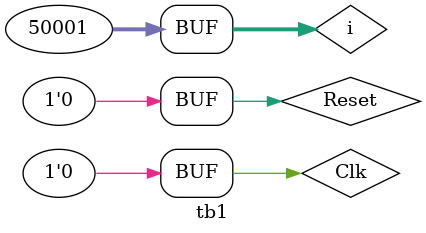
<source format=v>
`timescale 1ns / 1ns


module tb1();
    reg Clk,Reset;
    mips mips_tb(.clk(Clk),.reset(Reset));
    integer i;     
    initial        
    begin        
        Clk = 0;        
        Reset = 0;        
        #1
        Clk = 0;        
        Reset = 1;
        #1       
        Reset = 0;   
        for(i=1;i<=50000;i=i+1)            
        begin
            #5            
            Clk = ~Clk;
            
        end      
    end
endmodule

</source>
